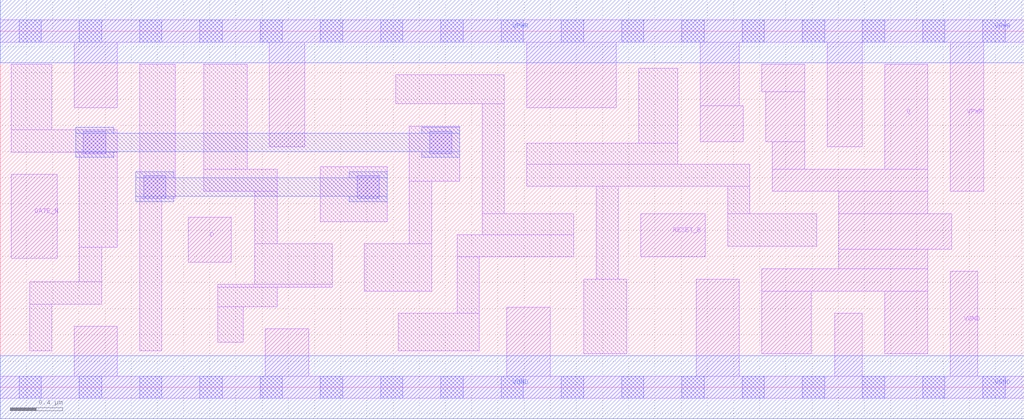
<source format=lef>
# Copyright 2020 The SkyWater PDK Authors
#
# Licensed under the Apache License, Version 2.0 (the "License");
# you may not use this file except in compliance with the License.
# You may obtain a copy of the License at
#
#     https://www.apache.org/licenses/LICENSE-2.0
#
# Unless required by applicable law or agreed to in writing, software
# distributed under the License is distributed on an "AS IS" BASIS,
# WITHOUT WARRANTIES OR CONDITIONS OF ANY KIND, either express or implied.
# See the License for the specific language governing permissions and
# limitations under the License.
#
# SPDX-License-Identifier: Apache-2.0

VERSION 5.7 ;
  NAMESCASESENSITIVE ON ;
  NOWIREEXTENSIONATPIN ON ;
  DIVIDERCHAR "/" ;
  BUSBITCHARS "[]" ;
UNITS
  DATABASE MICRONS 200 ;
END UNITS
PROPERTYDEFINITIONS
  MACRO maskLayoutSubType STRING ;
  MACRO prCellType STRING ;
  MACRO originalViewName STRING ;
END PROPERTYDEFINITIONS
MACRO sky130_fd_sc_hdll__dlrtn_4
  CLASS CORE ;
  FOREIGN sky130_fd_sc_hdll__dlrtn_4 ;
  ORIGIN  0.000000  0.000000 ;
  SIZE  7.820000 BY  2.720000 ;
  SYMMETRY X Y R90 ;
  SITE unithd ;
  PIN D
    ANTENNAGATEAREA  0.178200 ;
    DIRECTION INPUT ;
    USE SIGNAL ;
    PORT
      LAYER li1 ;
        RECT 1.435000 0.955000 1.765000 1.300000 ;
    END
  END D
  PIN GATE_N
    ANTENNAGATEAREA  0.178200 ;
    DIRECTION INPUT ;
    USE SIGNAL ;
    PORT
      LAYER li1 ;
        RECT 0.085000 0.985000 0.435000 1.625000 ;
    END
  END GATE_N
  PIN Q
    ANTENNADIFFAREA  0.931000 ;
    DIRECTION OUTPUT ;
    USE SIGNAL ;
    PORT
      LAYER li1 ;
        RECT 5.815000 0.255000 6.195000 0.735000 ;
        RECT 5.815000 0.735000 7.085000 0.905000 ;
        RECT 5.815000 2.255000 6.145000 2.465000 ;
        RECT 5.845000 1.875000 6.145000 2.255000 ;
        RECT 5.895000 1.495000 7.085000 1.665000 ;
        RECT 5.895000 1.665000 6.145000 1.875000 ;
        RECT 6.405000 0.905000 7.085000 1.055000 ;
        RECT 6.405000 1.055000 7.265000 1.325000 ;
        RECT 6.405000 1.325000 7.085000 1.495000 ;
        RECT 6.755000 0.255000 7.085000 0.735000 ;
        RECT 6.755000 1.665000 7.085000 2.465000 ;
    END
  END Q
  PIN RESET_B
    ANTENNAGATEAREA  0.277500 ;
    DIRECTION INPUT ;
    USE SIGNAL ;
    PORT
      LAYER li1 ;
        RECT 4.890000 0.995000 5.385000 1.325000 ;
    END
  END RESET_B
  PIN VGND
    ANTENNADIFFAREA  1.006250 ;
    DIRECTION INOUT ;
    USE SIGNAL ;
    PORT
      LAYER li1 ;
        RECT 0.000000 -0.085000 7.820000 0.085000 ;
        RECT 0.565000  0.085000 0.895000 0.465000 ;
        RECT 2.025000  0.085000 2.355000 0.445000 ;
        RECT 3.870000  0.085000 4.200000 0.610000 ;
        RECT 5.315000  0.085000 5.645000 0.825000 ;
        RECT 6.375000  0.085000 6.585000 0.565000 ;
        RECT 7.255000  0.085000 7.465000 0.885000 ;
      LAYER mcon ;
        RECT 0.145000 -0.085000 0.315000 0.085000 ;
        RECT 0.605000 -0.085000 0.775000 0.085000 ;
        RECT 1.065000 -0.085000 1.235000 0.085000 ;
        RECT 1.525000 -0.085000 1.695000 0.085000 ;
        RECT 1.985000 -0.085000 2.155000 0.085000 ;
        RECT 2.445000 -0.085000 2.615000 0.085000 ;
        RECT 2.905000 -0.085000 3.075000 0.085000 ;
        RECT 3.365000 -0.085000 3.535000 0.085000 ;
        RECT 3.825000 -0.085000 3.995000 0.085000 ;
        RECT 4.285000 -0.085000 4.455000 0.085000 ;
        RECT 4.745000 -0.085000 4.915000 0.085000 ;
        RECT 5.205000 -0.085000 5.375000 0.085000 ;
        RECT 5.665000 -0.085000 5.835000 0.085000 ;
        RECT 6.125000 -0.085000 6.295000 0.085000 ;
        RECT 6.585000 -0.085000 6.755000 0.085000 ;
        RECT 7.045000 -0.085000 7.215000 0.085000 ;
        RECT 7.505000 -0.085000 7.675000 0.085000 ;
      LAYER met1 ;
        RECT 0.000000 -0.240000 7.820000 0.240000 ;
    END
  END VGND
  PIN VPWR
    ANTENNADIFFAREA  1.691000 ;
    DIRECTION INOUT ;
    USE SIGNAL ;
    PORT
      LAYER li1 ;
        RECT 0.000000 2.635000 7.820000 2.805000 ;
        RECT 0.565000 2.135000 0.895000 2.635000 ;
        RECT 2.055000 1.835000 2.325000 2.635000 ;
        RECT 4.020000 2.135000 4.705000 2.635000 ;
        RECT 5.345000 1.875000 5.675000 2.150000 ;
        RECT 5.345000 2.150000 5.645000 2.635000 ;
        RECT 6.315000 1.835000 6.585000 2.635000 ;
        RECT 7.255000 1.495000 7.510000 2.635000 ;
      LAYER mcon ;
        RECT 0.145000 2.635000 0.315000 2.805000 ;
        RECT 0.605000 2.635000 0.775000 2.805000 ;
        RECT 1.065000 2.635000 1.235000 2.805000 ;
        RECT 1.525000 2.635000 1.695000 2.805000 ;
        RECT 1.985000 2.635000 2.155000 2.805000 ;
        RECT 2.445000 2.635000 2.615000 2.805000 ;
        RECT 2.905000 2.635000 3.075000 2.805000 ;
        RECT 3.365000 2.635000 3.535000 2.805000 ;
        RECT 3.825000 2.635000 3.995000 2.805000 ;
        RECT 4.285000 2.635000 4.455000 2.805000 ;
        RECT 4.745000 2.635000 4.915000 2.805000 ;
        RECT 5.205000 2.635000 5.375000 2.805000 ;
        RECT 5.665000 2.635000 5.835000 2.805000 ;
        RECT 6.125000 2.635000 6.295000 2.805000 ;
        RECT 6.585000 2.635000 6.755000 2.805000 ;
        RECT 7.045000 2.635000 7.215000 2.805000 ;
        RECT 7.505000 2.635000 7.675000 2.805000 ;
      LAYER met1 ;
        RECT 0.000000 2.480000 7.820000 2.960000 ;
    END
  END VPWR
  OBS
    LAYER li1 ;
      RECT 0.085000 1.795000 0.895000 1.965000 ;
      RECT 0.085000 1.965000 0.395000 2.465000 ;
      RECT 0.225000 0.280000 0.395000 0.635000 ;
      RECT 0.225000 0.635000 0.775000 0.805000 ;
      RECT 0.605000 0.805000 0.775000 1.070000 ;
      RECT 0.605000 1.070000 0.895000 1.795000 ;
      RECT 1.065000 0.280000 1.235000 1.445000 ;
      RECT 1.065000 1.445000 1.335000 2.465000 ;
      RECT 1.555000 1.495000 2.115000 1.665000 ;
      RECT 1.555000 1.665000 1.885000 2.465000 ;
      RECT 1.660000 0.345000 1.855000 0.615000 ;
      RECT 1.660000 0.615000 2.115000 0.765000 ;
      RECT 1.660000 0.765000 2.535000 0.785000 ;
      RECT 1.945000 0.785000 2.535000 1.095000 ;
      RECT 1.945000 1.095000 2.115000 1.495000 ;
      RECT 2.445000 1.265000 2.955000 1.685000 ;
      RECT 2.780000 0.735000 3.295000 1.095000 ;
      RECT 3.020000 2.165000 3.850000 2.385000 ;
      RECT 3.040000 0.280000 3.660000 0.565000 ;
      RECT 3.125000 1.095000 3.295000 1.575000 ;
      RECT 3.125000 1.575000 3.510000 1.995000 ;
      RECT 3.490000 0.565000 3.660000 0.995000 ;
      RECT 3.490000 0.995000 4.380000 1.165000 ;
      RECT 3.680000 1.165000 4.380000 1.325000 ;
      RECT 3.680000 1.325000 3.850000 2.165000 ;
      RECT 4.020000 1.535000 5.725000 1.705000 ;
      RECT 4.020000 1.705000 5.175000 1.865000 ;
      RECT 4.455000 0.255000 4.785000 0.825000 ;
      RECT 4.550000 0.825000 4.720000 1.535000 ;
      RECT 4.875000 1.865000 5.175000 2.435000 ;
      RECT 5.555000 1.075000 6.235000 1.325000 ;
      RECT 5.555000 1.325000 5.725000 1.535000 ;
    LAYER mcon ;
      RECT 0.635000 1.785000 0.805000 1.955000 ;
      RECT 1.095000 1.445000 1.265000 1.615000 ;
      RECT 2.725000 1.445000 2.895000 1.615000 ;
      RECT 3.280000 1.785000 3.450000 1.955000 ;
    LAYER met1 ;
      RECT 0.575000 1.755000 0.865000 1.800000 ;
      RECT 0.575000 1.800000 3.510000 1.940000 ;
      RECT 0.575000 1.940000 0.865000 1.985000 ;
      RECT 1.035000 1.415000 1.325000 1.460000 ;
      RECT 1.035000 1.460000 2.955000 1.600000 ;
      RECT 1.035000 1.600000 1.325000 1.645000 ;
      RECT 2.665000 1.415000 2.955000 1.460000 ;
      RECT 2.665000 1.600000 2.955000 1.645000 ;
      RECT 3.220000 1.755000 3.510000 1.800000 ;
      RECT 3.220000 1.940000 3.510000 1.985000 ;
  END
  PROPERTY maskLayoutSubType "abstract" ;
  PROPERTY prCellType "standard" ;
  PROPERTY originalViewName "layout" ;
END sky130_fd_sc_hdll__dlrtn_4

</source>
